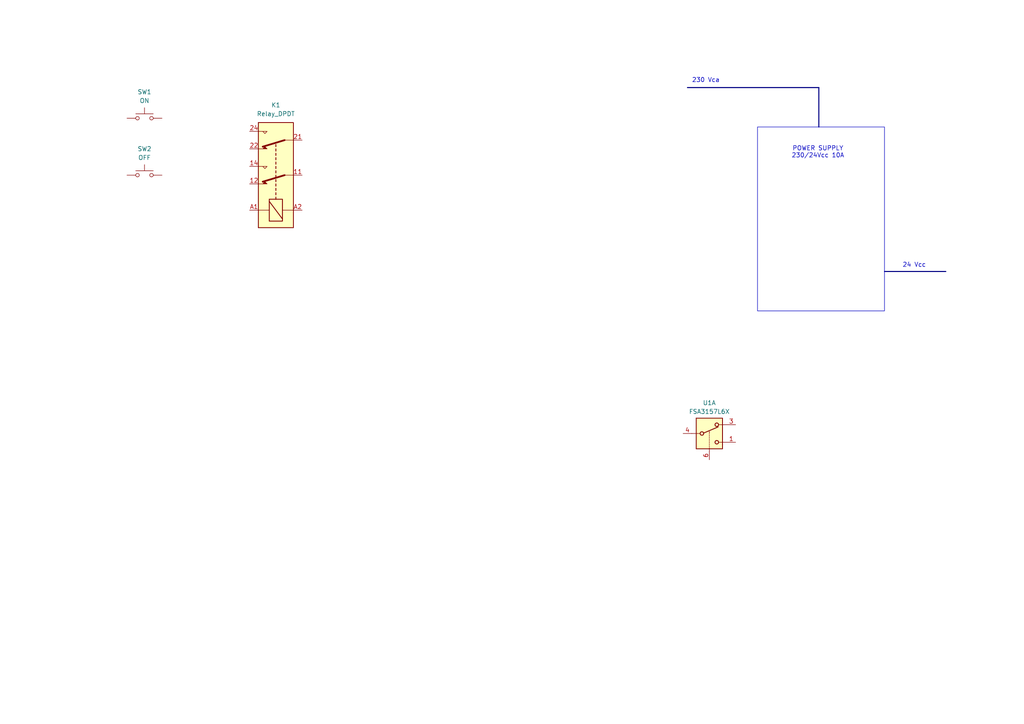
<source format=kicad_sch>
(kicad_sch (version 20240812) (generator "eeschema") (generator_version "8.99")
  (paper "A4")
  (title_block (title "POWER SUPPLY"))
  (lib_symbols
    (symbol "Analog_Switch:FSA3157L6X" (pin_names (offset 0.127))
      (property "Reference" "U" (at -3.175 7.493 0))
      (property "Value" "FSA3157L6X" (at -3.175 5.715 0))
      (symbol "FSA3157L6X_1_1"
        (polyline (pts (xy -5.08 0) (xy -2.794 0)))
        (rectangle (start -3.81 4.445) (end 3.81 -4.445) (stroke (width 0.254)) (fill (type background)))
        (circle (center -2.159 0) (radius 0.508) (stroke (width 0.254)))
        (polyline (pts (xy -1.651 0.127) (xy 2.54 1.905)) (stroke (width 0.254)))
        (polyline (pts (xy 0 0.254) (xy 0 0.508)))
        (polyline (pts (xy 0 0.254) (xy 0 0.508)))
        (polyline (pts (xy 0 -0.254) (xy 0 0)))
        (polyline (pts (xy 0 -0.762) (xy 0 -0.508)))
        (polyline (pts (xy 0 -1.27) (xy 0 -1.016)))
        (polyline (pts (xy 0 -1.778) (xy 0 -1.524)))
        (polyline (pts (xy 0 -2.286) (xy 0 -2.032)))
        (polyline (pts (xy 0 -2.794) (xy 0 -2.54)))
        (polyline (pts (xy 0 -3.302) (xy 0 -3.048)))
        (polyline (pts (xy 0 -3.81) (xy 0 -3.556)))
        (polyline (pts (xy 0 -4.318) (xy 0 -4.064)))
        (polyline (pts (xy 0 -5.08) (xy 0 -4.572)))
        (circle (center 2.159 2.54) (radius 0.508) (stroke (width 0.254)))
        (circle (center 2.159 -2.54) (radius 0.508) (stroke (width 0.254)))
        (polyline (pts (xy 5.08 2.54) (xy 2.794 2.54)))
        (polyline (pts (xy 5.08 -2.54) (xy 2.794 -2.54)))
        (pin passive line (at -7.62 0 0) (length 2.54) (name "~") (number "4"))
        (pin input line (at 0 -7.62 90) (length 2.54) (name "~") (number "6"))
        (pin passive line (at 7.62 2.54 180) (length 2.54) (name "~") (number "3"))
        (pin passive line (at 7.62 -2.54 180) (length 2.54) (name "~") (number "1"))
      )
      (symbol "FSA3157L6X_2_0"
        (pin power_in line (at 0 12.7 270) (length 2.54) (name "V+") (number "5"))
        (pin power_in line (at 0 -12.7 90) (length 2.54) (name "GND") (number "2"))
      )
      (symbol "FSA3157L6X_2_1"
        (rectangle (start -3.81 10.16) (end 3.81 -10.16) (stroke (width 0.254)) (fill (type background)))
      )
    )
    (symbol "Relay:Relay_DPDT"
      (property "Reference" "K" (at 16.51 3.81 0))
      (property "Value" "Relay_DPDT" (at 16.51 1.27 0))
      (symbol "Relay_DPDT_0_1"
        (rectangle (start -15.24 5.08) (end 15.24 -5.08) (stroke (width 0.254)) (fill (type background)))
        (rectangle (start -13.335 1.905) (end -6.985 -1.905) (stroke (width 0.254)))
        (polyline (pts (xy -12.7 -1.905) (xy -7.62 1.905)) (stroke (width 0.254)))
        (polyline (pts (xy -10.16 5.08) (xy -10.16 1.905)))
        (polyline (pts (xy -10.16 -5.08) (xy -10.16 -1.905)))
        (polyline (pts (xy -6.985 0) (xy -6.35 0)) (stroke (width 0.254)))
        (polyline (pts (xy -5.715 0) (xy -5.08 0)) (stroke (width 0.254)))
        (polyline (pts (xy -4.445 0) (xy -3.81 0)) (stroke (width 0.254)))
        (polyline (pts (xy -3.175 0) (xy -2.54 0)) (stroke (width 0.254)))
        (polyline (pts (xy -2.54 5.08) (xy -2.54 2.54) (xy -1.905 3.175) (xy -2.54 3.81)) (fill (type outline)))
        (polyline (pts (xy -1.905 0) (xy -1.27 0)) (stroke (width 0.254)))
        (polyline (pts (xy -0.635 0) (xy 0 0)) (stroke (width 0.254)))
        (polyline (pts (xy 0 -2.54) (xy -1.905 3.81)) (stroke (width 0.508)))
        (polyline (pts (xy 0 -2.54) (xy 0 -5.08)))
        (polyline (pts (xy 0.635 0) (xy 1.27 0)) (stroke (width 0.254)))
        (polyline (pts (xy 1.905 0) (xy 2.54 0)) (stroke (width 0.254)))
        (polyline (pts (xy 2.54 5.08) (xy 2.54 2.54) (xy 1.905 3.175) (xy 2.54 3.81)))
        (polyline (pts (xy 3.175 0) (xy 3.81 0)) (stroke (width 0.254)))
        (polyline (pts (xy 4.445 0) (xy 5.08 0)) (stroke (width 0.254)))
        (polyline (pts (xy 5.715 0) (xy 6.35 0)) (stroke (width 0.254)))
        (polyline (pts (xy 6.985 0) (xy 7.62 0)) (stroke (width 0.254)))
        (polyline (pts (xy 7.62 5.08) (xy 7.62 2.54) (xy 8.255 3.175) (xy 7.62 3.81)) (fill (type outline)))
        (polyline (pts (xy 8.255 0) (xy 8.89 0)) (stroke (width 0.254)))
        (polyline (pts (xy 10.16 -2.54) (xy 8.255 3.81)) (stroke (width 0.508)))
        (polyline (pts (xy 10.16 -2.54) (xy 10.16 -5.08)))
        (polyline (pts (xy 12.7 5.08) (xy 12.7 2.54) (xy 12.065 3.175) (xy 12.7 3.81)))
      )
      (symbol "Relay_DPDT_1_1"
        (pin passive line (at -10.16 7.62 270) (length 2.54) (name "~") (number "A1"))
        (pin passive line (at -10.16 -7.62 90) (length 2.54) (name "~") (number "A2"))
        (pin passive line (at -2.54 7.62 270) (length 2.54) (name "~") (number "12"))
        (pin passive line (at 0 -7.62 90) (length 2.54) (name "~") (number "11"))
        (pin passive line (at 2.54 7.62 270) (length 2.54) (name "~") (number "14"))
        (pin passive line (at 7.62 7.62 270) (length 2.54) (name "~") (number "22"))
        (pin passive line (at 10.16 -7.62 90) (length 2.54) (name "~") (number "21"))
        (pin passive line (at 12.7 7.62 270) (length 2.54) (name "~") (number "24"))
      )
    )
    (symbol "Switch:SW_MEC_5G" (pin_numbers hide) (pin_names (offset 1.016) hide)
      (property "Reference" "SW" (at 1.27 2.54 0))
      (property "Value" "SW_MEC_5G" (at 0 -1.524 0))
      (symbol "SW_MEC_5G_0_1"
        (circle (center -2.032 0) (radius 0.508))
        (polyline (pts (xy 0 1.27) (xy 0 3.048)))
        (circle (center 2.032 0) (radius 0.508))
        (polyline (pts (xy 2.54 1.27) (xy -2.54 1.27)))
        (pin passive line (at -5.08 0 0) (length 2.54) (name "A") (number "1"))
        (pin passive line (at 5.08 0 180) (length 2.54) (name "B") (number "3"))
      )
      (symbol "SW_MEC_5G_1_1"
        (pin passive line (at -5.08 0 0) (length 2.54) hide (name "A") (number "2"))
        (pin passive line (at 5.08 0 180) (length 2.54) hide (name "B") (number "4"))
      )
    )
  )
  (rectangle (start 219.71 36.83) (end 256.54 90.17))
  (text "24 Vcc" (at 265.176 76.962 0) (effects (font (size 1.27 1.27))))
  (text "230 Vca" (at 204.724 23.368 0) (effects (font (size 1.27 1.27))))
  (text " POWER SUPPLY \n230/24Vcc 10A" (at 237.236 44.196 0) (effects (font (size 1.27 1.27))))
  (bus (pts (xy 237.49 36.83) (xy 237.49 25.4)))
  (bus (pts (xy 237.49 25.4) (xy 199.39 25.4)))
  (bus (pts (xy 256.54 78.74) (xy 274.32 78.74)))
  (symbol (lib_id "Relay:Relay_DPDT") (at 80.01 50.8 90) (unit 1)
    (property "Reference" "K1" (at 80.01 30.48 90))
    (property "Value" "Relay_DPDT" (at 80.01 33.02 90))
    (property "Description" "Relay DPDT, monostable, EN50005" (effects (hide yes)))
  )
  (symbol (lib_id "Switch:SW_MEC_5G") (at 41.91 50.8 0) (unit 1)
    (property "Reference" "SW2" (at 41.91 43.18 0))
    (property "Value" "OFF" (at 41.91 45.72 0))
    (property "Datasheet" "http://www.apem.com/int/index.php?controller=attachment&id_attachment=488" (effects (hide yes)))
    (property "Description" "MEC 5G single pole normally-open tactile switch" (effects (hide yes)))
  )
  (symbol (lib_id "Switch:SW_MEC_5G") (at 41.91 34.29 0) (unit 1)
    (property "Reference" "SW1" (at 41.91 26.67 0))
    (property "Value" "ON" (at 41.91 29.21 0))
    (property "Datasheet" "http://www.apem.com/int/index.php?controller=attachment&id_attachment=488" (effects (hide yes)))
    (property "Description" "MEC 5G single pole normally-open tactile switch" (effects (hide yes)))
  )
  (symbol (lib_id "Analog_Switch:FSA3157L6X") (at 205.74 125.73 0) (unit 1)
    (property "Reference" "U1" (at 205.74 116.84 0))
    (property "Value" "FSA3157L6X" (at 205.74 119.38 0))
    (property "Footprint" "Package_SON:Fairchild_MicroPak-6_1.0x1.45mm_P0.5mm" (effects (hide yes)))
    (property "Datasheet" "https://www.onsemi.com/pub/Collateral/NC7SB3157-D.PDF" (effects (hide yes)))
    (property "Description" "Single SPDT Low-Voltage Analog Switch or 2:1 Multiplexer/De-Multiplexer Bus Switch, 10Ohm Ron, MicroPak-6" (effects (hide yes)))
  )
)
</source>
